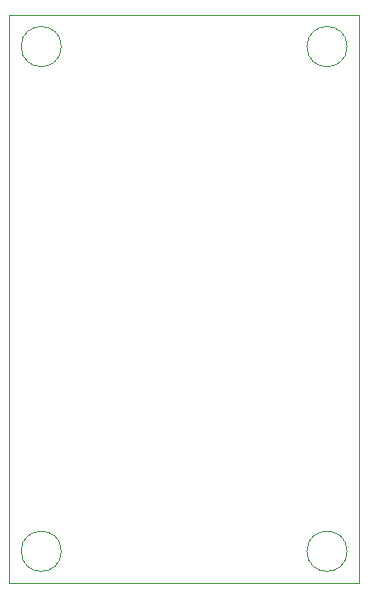
<source format=gm1>
G04 #@! TF.GenerationSoftware,KiCad,Pcbnew,(6.0.2)*
G04 #@! TF.CreationDate,2022-09-22T18:34:12-04:00*
G04 #@! TF.ProjectId,Control Board,436f6e74-726f-46c2-9042-6f6172642e6b,rev?*
G04 #@! TF.SameCoordinates,Original*
G04 #@! TF.FileFunction,Profile,NP*
%FSLAX46Y46*%
G04 Gerber Fmt 4.6, Leading zero omitted, Abs format (unit mm)*
G04 Created by KiCad (PCBNEW (6.0.2)) date 2022-09-22 18:34:12*
%MOMM*%
%LPD*%
G01*
G04 APERTURE LIST*
G04 #@! TA.AperFunction,Profile*
%ADD10C,0.100000*%
G04 #@! TD*
G04 APERTURE END LIST*
D10*
X148098000Y-125443000D02*
G75*
G03*
X148098000Y-125443000I-1700000J0D01*
G01*
X123907000Y-125443000D02*
G75*
G03*
X123907000Y-125443000I-1700000J0D01*
G01*
X148098000Y-82710000D02*
G75*
G03*
X148098000Y-82710000I-1700000J0D01*
G01*
X119507000Y-80010000D02*
X149098000Y-80010000D01*
X149098000Y-80010000D02*
X149098000Y-128143000D01*
X149098000Y-128143000D02*
X119507000Y-128143000D01*
X119507000Y-128143000D02*
X119507000Y-80010000D01*
X123907000Y-82710000D02*
G75*
G03*
X123907000Y-82710000I-1700000J0D01*
G01*
M02*

</source>
